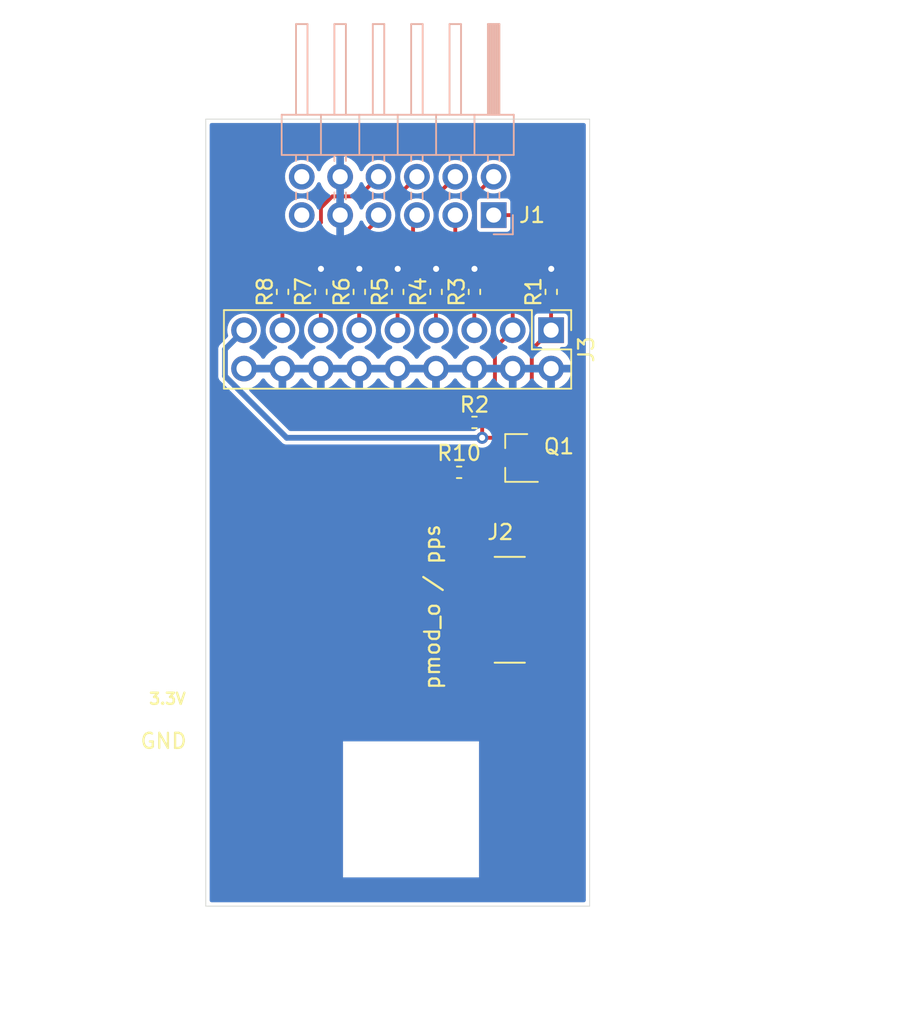
<source format=kicad_pcb>
(kicad_pcb (version 20211014) (generator pcbnew)
  (layers (0 "F.Cu" signal) (31 "B.Cu" signal) (34 "B.Paste" user) (35 "F.Paste" user) (36 "B.SilkS" user "B.Silkscreen") (37 "F.SilkS" user "F.Silkscreen") (38 "B.Mask" user) (39 "F.Mask" user) (44 "Edge.Cuts" user))
  (net 0 "")
  (net 1 "GND")
  (net 2 "+3V3")
  (net 3 "GPIO8")
  (net 4 "GPIO7")
  (net 5 "GPIO6")
  (net 6 "GPIO5")
  (net 7 "GPIO4")
  (net 8 "GPIO3")
  (net 9 "GPIO2")
  (net 10 "GPIO1")
  (net 11 "Net-(J2-Pad1)")
  (net 12 "Net-(Q1-Pad1)")
  (footprint "MountingHole:MountingHole_3.2mm_M3" (layer "F.Cu") (at 173.736 82.55)
    (fp_text reference "REF**")
    (fp_text value "MountingHole_3.2mm_M3")
    (pad "" np_thru_hole circle locked (at 0 0) (size 3.2 3.2) (drill 3.2) (layers *.Cu *.Mask))
  )
  (footprint "Package_TO_SOT_SMD:SOT-23" (layer "F.Cu") (at 180.594 59.248 180)
    (fp_text reference "Q1" (at -2.794 0.762 180) (layer "F.SilkS"))
    (fp_text value "N/A")
    (fp_line (start 0.76 1.58) (end -0.7 1.58) (layer "F.SilkS") (width 0.12))
    (fp_line (start 0.76 -1.58) (end 0.76 -0.65) (layer "F.SilkS") (width 0.12))
    (fp_line (start 0.76 -1.58) (end -1.4 -1.58) (layer "F.SilkS") (width 0.12))
    (fp_line (start 0.76 1.58) (end 0.76 0.65) (layer "F.SilkS") (width 0.12))
    (pad "1" smd rect locked (at -1 -0.95 180) (size 0.9 0.8) (layers "F.Cu" "F.Paste" "F.Mask") (net 12 "Net-(Q1-Pad1)"))
    (pad "2" smd rect locked (at -1 0.95 180) (size 0.9 0.8) (layers "F.Cu" "F.Paste" "F.Mask") (net 10 "GPIO1"))
    (pad "3" smd rect locked (at 1 0 180) (size 0.9 0.8) (layers "F.Cu" "F.Paste" "F.Mask") (net 2 "+3V3"))
  )
  (footprint "Resistor_SMD:R_0402_1005Metric" (layer "F.Cu") (at 176.784 60.198)
    (fp_text reference "R10" (at 0 -1.27) (layer "F.SilkS"))
    (fp_text value "1K")
    (fp_line (start -0.153641 0.38) (end 0.153641 0.38) (layer "F.SilkS") (width 0.12))
    (fp_line (start -0.153641 -0.38) (end 0.153641 -0.38) (layer "F.SilkS") (width 0.12))
    (pad "1" smd roundrect locked (at -0.51 0) (size 0.54 0.64) (layers "F.Cu" "F.Paste" "F.Mask") (net 11 "Net-(J2-Pad1)"))
    (pad "2" smd roundrect locked (at 0.51 0) (size 0.54 0.64) (layers "F.Cu" "F.Paste" "F.Mask") (net 12 "Net-(Q1-Pad1)"))
  )
  (footprint "pmod_daughterBoard:LINX_CONSMA001-SMD-G-T" (layer "F.Cu") (at 180.134 69.291987)
    (fp_text reference "J2" (at -0.625 -5.135) (layer "F.SilkS"))
    (fp_text value "Conn_Coaxial")
    (fp_line (start -1 -3.5) (end 1 -3.5) (layer "F.SilkS") (width 0.127))
    (fp_line (start -1 3.5) (end 1 3.5) (layer "F.SilkS") (width 0.127))
    (pad "1" smd circle locked (at 0 0) (size 2.05 2.05) (layers "F.Cu" "F.Paste" "F.Mask") (net 11 "Net-(J2-Pad1)"))
    (pad "2" smd custom locked (at 3.1 0) (size 1 1) (layers "F.Cu") (net 1 "GND") (options (clearance outline) (anchor rect)) (primitives (gr_poly (pts (xy -1.66 -3.88) (xy 0.78 -3.88) (xy 0.78 3.88) (xy -1.66 3.88) (xy -1.66 1.77) (xy -1.597 1.716) (xy -1.547 1.67) (xy -1.499 1.623) (xy -1.452 1.575) (xy -1.406 1.525) (xy -1.362 1.474) (xy -1.32 1.422) (xy -1.279 1.368) (xy -1.239 1.314) (xy -1.201 1.258) (xy -1.165 1.201) (xy -1.13 1.143) (xy -1.098 1.084) (xy -1.067 1.025) (xy -1.037 0.964) (xy -1.01 0.902) (xy -0.984 0.84) (xy -0.96 0.777) (xy -0.938 0.713) (xy -0.917 0.649) (xy -0.899 0.584) (xy -0.882 0.519) (xy -0.868 0.453) (xy -0.855 0.387) (xy -0.844 0.32) (xy -0.836 0.253) (xy -0.829 0.186) (xy -0.824 0.119) (xy -0.821 0.052) (xy -0.82 0) (xy -0.821 -0.052) (xy -0.824 -0.119) (xy -0.829 -0.186) (xy -0.836 -0.253) (xy -0.844 -0.32) (xy -0.855 -0.387) (xy -0.868 -0.453) (xy -0.882 -0.519) (xy -0.899 -0.584) (xy -0.917 -0.649) (xy -0.938 -0.713) (xy -0.96 -0.777) (xy -0.984 -0.84) (xy -1.01 -0.902) (xy -1.037 -0.964) (xy -1.067 -1.025) (xy -1.098 -1.084) (xy -1.13 -1.143) (xy -1.165 -1.201) (xy -1.201 -1.258) (xy -1.239 -1.314) (xy -1.279 -1.368) (xy -1.32 -1.422) (xy -1.362 -1.474) (xy -1.406 -1.525) (xy -1.452 -1.575) (xy -1.499 -1.623) (xy -1.547 -1.67) (xy -1.597 -1.716) (xy -1.66 -1.77) (xy -1.66 -2.35) (xy -1.66 -3.88)) (width 0.01) (fill yes))))
    (pad "2" smd custom locked (at -3.1 0) (size 1 1) (layers "F.Cu") (net 1 "GND") (options (clearance outline) (anchor rect)) (primitives (gr_poly (pts (xy 1.66 -3.88) (xy -0.78 -3.88) (xy -0.78 3.88) (xy 1.66 3.88) (xy 1.66 1.77) (xy 1.597 1.716) (xy 1.547 1.67) (xy 1.499 1.623) (xy 1.452 1.575) (xy 1.406 1.525) (xy 1.362 1.474) (xy 1.32 1.422) (xy 1.279 1.368) (xy 1.239 1.314) (xy 1.201 1.258) (xy 1.165 1.201) (xy 1.13 1.143) (xy 1.098 1.084) (xy 1.067 1.025) (xy 1.037 0.964) (xy 1.01 0.902) (xy 0.984 0.84) (xy 0.96 0.777) (xy 0.938 0.713) (xy 0.917 0.649) (xy 0.899 0.584) (xy 0.882 0.519) (xy 0.868 0.453) (xy 0.855 0.387) (xy 0.844 0.32) (xy 0.836 0.253) (xy 0.829 0.186) (xy 0.824 0.119) (xy 0.821 0.052) (xy 0.82 0) (xy 0.821 -0.052) (xy 0.824 -0.119) (xy 0.829 -0.186) (xy 0.836 -0.253) (xy 0.844 -0.32) (xy 0.855 -0.387) (xy 0.868 -0.453) (xy 0.882 -0.519) (xy 0.899 -0.584) (xy 0.917 -0.649) (xy 0.938 -0.713) (xy 0.96 -0.777) (xy 0.984 -0.84) (xy 1.01 -0.902) (xy 1.037 -0.964) (xy 1.067 -1.025) (xy 1.098 -1.084) (xy 1.13 -1.143) (xy 1.165 -1.201) (xy 1.201 -1.258) (xy 1.239 -1.314) (xy 1.279 -1.368) (xy 1.32 -1.422) (xy 1.362 -1.474) (xy 1.406 -1.525) (xy 1.452 -1.575) (xy 1.499 -1.623) (xy 1.547 -1.67) (xy 1.597 -1.716) (xy 1.66 -1.77) (xy 1.66 -3.88)) (width 0.01) (fill yes))))
  )
  (footprint "Resistor_SMD:R_0402_1005Metric" (layer "F.Cu") (at 172.72 48.26 90)
    (fp_text reference "R5" (at 0 -1.17 90) (layer "F.SilkS"))
    (fp_text value "2K")
    (fp_line (start -0.153641 0.38) (end 0.153641 0.38) (layer "F.SilkS") (width 0.12))
    (fp_line (start -0.153641 -0.38) (end 0.153641 -0.38) (layer "F.SilkS") (width 0.12))
    (pad "1" smd roundrect locked (at -0.51 0 90) (size 0.54 0.64) (layers "F.Cu" "F.Paste" "F.Mask") (net 6 "GPIO5"))
    (pad "2" smd roundrect locked (at 0.51 0 90) (size 0.54 0.64) (layers "F.Cu" "F.Paste" "F.Mask") (net 1 "GND"))
  )
  (footprint "Resistor_SMD:R_0402_1005Metric" (layer "F.Cu") (at 177.8 56.896)
    (fp_text reference "R2" (at 0 -1.17) (layer "F.SilkS"))
    (fp_text value "2k")
    (fp_line (start -0.153641 0.38) (end 0.153641 0.38) (layer "F.SilkS") (width 0.12))
    (fp_line (start -0.153641 -0.38) (end 0.153641 -0.38) (layer "F.SilkS") (width 0.12))
    (pad "1" smd roundrect (at -0.51 0) (size 0.54 0.64) (layers "F.Cu" "F.Paste" "F.Mask") (net 9 "GPIO2"))
    (pad "2" smd roundrect (at 0.51 0) (size 0.54 0.64) (layers "F.Cu" "F.Paste" "F.Mask") (net 2 "+3V3"))
  )
  (footprint "Resistor_SMD:R_0402_1005Metric" (layer "F.Cu") (at 177.8 48.26 90)
    (fp_text reference "R3" (at 0 -1.17 90) (layer "F.SilkS"))
    (fp_text value "2K")
    (fp_line (start -0.153641 0.38) (end 0.153641 0.38) (layer "F.SilkS") (width 0.12))
    (fp_line (start -0.153641 -0.38) (end 0.153641 -0.38) (layer "F.SilkS") (width 0.12))
    (pad "1" smd roundrect locked (at -0.51 0 90) (size 0.54 0.64) (layers "F.Cu" "F.Paste" "F.Mask") (net 8 "GPIO3"))
    (pad "2" smd roundrect locked (at 0.51 0 90) (size 0.54 0.64) (layers "F.Cu" "F.Paste" "F.Mask") (net 1 "GND"))
  )
  (footprint "Connector_PinHeader_2.54mm:PinHeader_2x09_P2.54mm_Vertical" (layer "F.Cu") (at 182.87 50.795 -90)
    (fp_text reference "J3" (at 1.27 -2.33 90) (layer "F.SilkS"))
    (fp_text value "Conn_02x09_Odd_Even")
    (fp_line (start -1.33 21.65) (end 3.87 21.65) (layer "F.SilkS") (width 0.12))
    (fp_line (start -1.33 1.27) (end 1.27 1.27) (layer "F.SilkS") (width 0.12))
    (fp_line (start 1.27 -1.33) (end 3.87 -1.33) (layer "F.SilkS") (width 0.12))
    (fp_line (start -1.33 1.27) (end -1.33 21.65) (layer "F.SilkS") (width 0.12))
    (fp_line (start -1.33 0) (end -1.33 -1.33) (layer "F.SilkS") (width 0.12))
    (fp_line (start 3.87 -1.33) (end 3.87 21.65) (layer "F.SilkS") (width 0.12))
    (fp_line (start -1.33 -1.33) (end 0 -1.33) (layer "F.SilkS") (width 0.12))
    (fp_line (start 1.27 1.27) (end 1.27 -1.33) (layer "F.SilkS") (width 0.12))
    (pad "1" thru_hole rect locked (at 0 0 270) (size 1.7 1.7) (drill 1) (layers *.Cu *.Mask) (net 10 "GPIO1"))
    (pad "2" thru_hole oval locked (at 2.54 0 270) (size 1.7 1.7) (drill 1) (layers *.Cu *.Mask) (net 1 "GND"))
    (pad "3" thru_hole oval locked (at 0 2.54 270) (size 1.7 1.7) (drill 1) (layers *.Cu *.Mask) (net 9 "GPIO2"))
    (pad "4" thru_hole oval locked (at 2.54 2.54 270) (size 1.7 1.7) (drill 1) (layers *.Cu *.Mask) (net 1 "GND"))
    (pad "5" thru_hole oval locked (at 0 5.08 270) (size 1.7 1.7) (drill 1) (layers *.Cu *.Mask) (net 8 "GPIO3"))
    (pad "6" thru_hole oval locked (at 2.54 5.08 270) (size 1.7 1.7) (drill 1) (layers *.Cu *.Mask) (net 1 "GND"))
    (pad "7" thru_hole oval locked (at 0 7.62 270) (size 1.7 1.7) (drill 1) (layers *.Cu *.Mask) (net 7 "GPIO4"))
    (pad "8" thru_hole oval locked (at 2.54 7.62 270) (size 1.7 1.7) (drill 1) (layers *.Cu *.Mask) (net 1 "GND"))
    (pad "9" thru_hole oval locked (at 0 10.16 270) (size 1.7 1.7) (drill 1) (layers *.Cu *.Mask) (net 6 "GPIO5"))
    (pad "10" thru_hole oval locked (at 2.54 10.16 270) (size 1.7 1.7) (drill 1) (layers *.Cu *.Mask) (net 1 "GND"))
    (pad "11" thru_hole oval locked (at 0 12.7 270) (size 1.7 1.7) (drill 1) (layers *.Cu *.Mask) (net 5 "GPIO6"))
    (pad "12" thru_hole oval locked (at 2.54 12.7 270) (size 1.7 1.7) (drill 1) (layers *.Cu *.Mask) (net 1 "GND"))
    (pad "13" thru_hole oval locked (at 0 15.24 270) (size 1.7 1.7) (drill 1) (layers *.Cu *.Mask) (net 4 "GPIO7"))
    (pad "14" thru_hole oval locked (at 2.54 15.24 270) (size 1.7 1.7) (drill 1) (layers *.Cu *.Mask) (net 1 "GND"))
    (pad "15" thru_hole oval locked (at 0 17.78 270) (size 1.7 1.7) (drill 1) (layers *.Cu *.Mask) (net 3 "GPIO8"))
    (pad "16" thru_hole oval locked (at 2.54 17.78 270) (size 1.7 1.7) (drill 1) (layers *.Cu *.Mask) (net 1 "GND"))
    (pad "17" thru_hole oval locked (at 0 20.32 270) (size 1.7 1.7) (drill 1) (layers *.Cu *.Mask) (net 2 "+3V3"))
    (pad "18" thru_hole oval locked (at 2.54 20.32 270) (size 1.7 1.7) (drill 1) (layers *.Cu *.Mask) (net 1 "GND"))
  )
  (footprint "Resistor_SMD:R_0402_1005Metric" (layer "F.Cu") (at 167.64 48.26 90)
    (fp_text reference "R7" (at 0 -1.17 90) (layer "F.SilkS"))
    (fp_text value "2K")
    (fp_line (start -0.153641 -0.38) (end 0.153641 -0.38) (layer "F.SilkS") (width 0.12))
    (fp_line (start -0.153641 0.38) (end 0.153641 0.38) (layer "F.SilkS") (width 0.12))
    (pad "1" smd roundrect locked (at -0.51 0 90) (size 0.54 0.64) (layers "F.Cu" "F.Paste" "F.Mask") (net 4 "GPIO7"))
    (pad "2" smd roundrect locked (at 0.51 0 90) (size 0.54 0.64) (layers "F.Cu" "F.Paste" "F.Mask") (net 1 "GND"))
  )
  (footprint "Resistor_SMD:R_0402_1005Metric" (layer "F.Cu") (at 165.1 48.26 90)
    (fp_text reference "R8" (at 0 -1.17 90) (layer "F.SilkS"))
    (fp_text value "2K")
    (fp_line (start -0.153641 -0.38) (end 0.153641 -0.38) (layer "F.SilkS") (width 0.12))
    (fp_line (start -0.153641 0.38) (end 0.153641 0.38) (layer "F.SilkS") (width 0.12))
    (pad "1" smd roundrect locked (at -0.51 0 90) (size 0.54 0.64) (layers "F.Cu" "F.Paste" "F.Mask") (net 3 "GPIO8"))
    (pad "2" smd roundrect locked (at 0.51 0 90) (size 0.54 0.64) (layers "F.Cu" "F.Paste" "F.Mask") (net 1 "GND"))
  )
  (footprint "Resistor_SMD:R_0402_1005Metric" (layer "F.Cu") (at 170.18 48.26 90)
    (fp_text reference "R6" (at 0 -1.17 90) (layer "F.SilkS"))
    (fp_text value "2K")
    (fp_line (start -0.153641 -0.38) (end 0.153641 -0.38) (layer "F.SilkS") (width 0.12))
    (fp_line (start -0.153641 0.38) (end 0.153641 0.38) (layer "F.SilkS") (width 0.12))
    (pad "1" smd roundrect locked (at -0.51 0 90) (size 0.54 0.64) (layers "F.Cu" "F.Paste" "F.Mask") (net 5 "GPIO6"))
    (pad "2" smd roundrect locked (at 0.51 0 90) (size 0.54 0.64) (layers "F.Cu" "F.Paste" "F.Mask") (net 1 "GND"))
  )
  (footprint "Resistor_SMD:R_0402_1005Metric" (layer "F.Cu") (at 182.88 48.26 90)
    (fp_text reference "R1" (at 0 -1.17 90) (layer "F.SilkS"))
    (fp_text value "2K")
    (fp_line (start -0.153641 -0.38) (end 0.153641 -0.38) (layer "F.SilkS") (width 0.12))
    (fp_line (start -0.153641 0.38) (end 0.153641 0.38) (layer "F.SilkS") (width 0.12))
    (pad "1" smd roundrect locked (at -0.51 0 90) (size 0.54 0.64) (layers "F.Cu" "F.Paste" "F.Mask") (net 10 "GPIO1"))
    (pad "2" smd roundrect locked (at 0.51 0 90) (size 0.54 0.64) (layers "F.Cu" "F.Paste" "F.Mask") (net 1 "GND"))
  )
  (footprint "Resistor_SMD:R_0402_1005Metric" (layer "F.Cu") (at 175.26 48.26 90)
    (fp_text reference "R4" (at 0 -1.17 90) (layer "F.SilkS"))
    (fp_text value "2K")
    (fp_line (start -0.153641 -0.38) (end 0.153641 -0.38) (layer "F.SilkS") (width 0.12))
    (fp_line (start -0.153641 0.38) (end 0.153641 0.38) (layer "F.SilkS") (width 0.12))
    (pad "1" smd roundrect locked (at -0.51 0 90) (size 0.54 0.64) (layers "F.Cu" "F.Paste" "F.Mask") (net 7 "GPIO4"))
    (pad "2" smd roundrect locked (at 0.51 0 90) (size 0.54 0.64) (layers "F.Cu" "F.Paste" "F.Mask") (net 1 "GND"))
  )
  (footprint "Connector_PinHeader_2.54mm:PinHeader_2x06_P2.54mm_Horizontal" (layer "B.Cu") (at 179.07 43.18 90)
    (fp_text reference "J1" (at 0 2.54) (layer "F.SilkS"))
    (fp_text value "Conn_02x06_Odd_Even")
    (fp_line (start 3.98 -14.03) (end 6.64 -14.03) (layer "B.SilkS") (width 0.12))
    (fp_line (start 3.98 -11.43) (end 6.64 -11.43) (layer "B.SilkS") (width 0.12))
    (fp_line (start 1.042929 -9.78) (end 1.497071 -9.78) (layer "B.SilkS") (width 0.12))
    (fp_line (start 3.98 -1.27) (end 6.64 -1.27) (layer "B.SilkS") (width 0.12))
    (fp_line (start 6.64 -4.7) (end 12.64 -4.7) (layer "B.SilkS") (width 0.12))
    (fp_line (start 12.64 -0.38) (end 6.64 -0.38) (layer "B.SilkS") (width 0.12))
    (fp_line (start 12.64 -7.24) (end 12.64 -8) (layer "B.SilkS") (width 0.12))
    (fp_line (start 1.042929 -7.24) (end 1.497071 -7.24) (layer "B.SilkS") (width 0.12))
    (fp_line (start 6.64 -12.32) (end 12.64 -12.32) (layer "B.SilkS") (width 0.12))
    (fp_line (start 12.64 -9.78) (end 12.64 -10.54) (layer "B.SilkS") (width 0.12))
    (fp_line (start -1.27 1.27) (end 0 1.27) (layer "B.SilkS") (width 0.12))
    (fp_line (start 6.64 1.33) (end 3.98 1.33) (layer "B.SilkS") (width 0.12))
    (fp_line (start 3.582929 -2.92) (end 3.98 -2.92) (layer "B.SilkS") (width 0.12))
    (fp_line (start 3.582929 -10.54) (end 3.98 -10.54) (layer "B.SilkS") (width 0.12))
    (fp_line (start 6.64 0.08) (end 12.64 0.08) (layer "B.SilkS") (width 0.12))
    (fp_line (start 6.64 -9.78) (end 12.64 -9.78) (layer "B.SilkS") (width 0.12))
    (fp_line (start 6.64 0.2) (end 12.64 0.2) (layer "B.SilkS") (width 0.12))
    (fp_line (start 3.582929 -2.16) (end 3.98 -2.16) (layer "B.SilkS") (width 0.12))
    (fp_line (start 12.64 -10.54) (end 6.64 -10.54) (layer "B.SilkS") (width 0.12))
    (fp_line (start 6.64 0.32) (end 12.64 0.32) (layer "B.SilkS") (width 0.12))
    (fp_line (start 3.582929 0.38) (end 3.98 0.38) (layer "B.SilkS") (width 0.12))
    (fp_line (start 12.64 -2.16) (end 12.64 -2.92) (layer "B.SilkS") (width 0.12))
    (fp_line (start 3.98 -8.89) (end 6.64 -8.89) (layer "B.SilkS") (width 0.12))
    (fp_line (start 6.64 -7.24) (end 12.64 -7.24) (layer "B.SilkS") (width 0.12))
    (fp_line (start 12.64 -8) (end 6.64 -8) (layer "B.SilkS") (width 0.12))
    (fp_line (start 3.582929 -0.38) (end 3.98 -0.38) (layer "B.SilkS") (width 0.12))
    (fp_line (start 1.11 -0.38) (end 1.497071 -0.38) (layer "B.SilkS") (width 0.12))
    (fp_line (start 6.64 -0.16) (end 12.64 -0.16) (layer "B.SilkS") (width 0.12))
    (fp_line (start 12.64 -4.7) (end 12.64 -5.46) (layer "B.SilkS") (width 0.12))
    (fp_line (start 3.582929 -4.7) (end 3.98 -4.7) (layer "B.SilkS") (width 0.12))
    (fp_line (start 6.64 -14.03) (end 6.64 1.33) (layer "B.SilkS") (width 0.12))
    (fp_line (start 1.042929 -8) (end 1.497071 -8) (layer "B.SilkS") (width 0.12))
    (fp_line (start 3.582929 -8) (end 3.98 -8) (layer "B.SilkS") (width 0.12))
    (fp_line (start 6.64 -0.28) (end 12.64 -0.28) (layer "B.SilkS") (width 0.12))
    (fp_line (start 1.042929 -2.92) (end 1.497071 -2.92) (layer "B.SilkS") (width 0.12))
    (fp_line (start 3.98 1.33) (end 3.98 -14.03) (layer "B.SilkS") (width 0.12))
    (fp_line (start 1.042929 -5.46) (end 1.497071 -5.46) (layer "B.SilkS") (width 0.12))
    (fp_line (start 1.11 0.38) (end 1.497071 0.38) (layer "B.SilkS") (width 0.12))
    (fp_line (start 3.98 -6.35) (end 6.64 -6.35) (layer "B.SilkS") (width 0.12))
    (fp_line (start 1.042929 -10.54) (end 1.497071 -10.54) (layer "B.SilkS") (width 0.12))
    (fp_line (start -1.27 0) (end -1.27 1.27) (layer "B.SilkS") (width 0.12))
    (fp_line (start 1.042929 -13.08) (end 1.497071 -13.08) (layer "B.SilkS") (width 0.12))
    (fp_line (start 1.042929 -2.16) (end 1.497071 -2.16) (layer "B.SilkS") (width 0.12))
    (fp_line (start 12.64 -2.92) (end 6.64 -2.92) (layer "B.SilkS") (width 0.12))
    (fp_line (start 6.64 -2.16) (end 12.64 -2.16) (layer "B.SilkS") (width 0.12))
    (fp_line (start 3.582929 -13.08) (end 3.98 -13.08) (layer "B.SilkS") (width 0.12))
    (fp_line (start 12.64 -13.08) (end 6.64 -13.08) (layer "B.SilkS") (width 0.12))
    (fp_line (start 6.64 0.38) (end 12.64 0.38) (layer "B.SilkS") (width 0.12))
    (fp_line (start 12.64 -12.32) (end 12.64 -13.08) (layer "B.SilkS") (width 0.12))
    (fp_line (start 3.582929 -12.32) (end 3.98 -12.32) (layer "B.SilkS") (width 0.12))
    (fp_line (start 3.582929 -7.24) (end 3.98 -7.24) (layer "B.SilkS") (width 0.12))
    (fp_line (start 1.042929 -4.7) (end 1.497071 -4.7) (layer "B.SilkS") (width 0.12))
    (fp_line (start 3.582929 -5.46) (end 3.98 -5.46) (layer "B.SilkS") (width 0.12))
    (fp_line (start 3.98 -3.81) (end 6.64 -3.81) (layer "B.SilkS") (width 0.12))
    (fp_line (start 12.64 -5.46) (end 6.64 -5.46) (layer "B.SilkS") (width 0.12))
    (fp_line (start 1.042929 -12.32) (end 1.497071 -12.32) (layer "B.SilkS") (width 0.12))
    (fp_line (start 12.64 0.38) (end 12.64 -0.38) (layer "B.SilkS") (width 0.12))
    (fp_line (start 6.64 -0.04) (end 12.64 -0.04) (layer "B.SilkS") (width 0.12))
    (fp_line (start 3.582929 -9.78) (end 3.98 -9.78) (layer "B.SilkS") (width 0.12))
    (pad "1" thru_hole rect locked (at 0 0 90) (size 1.7 1.7) (drill 1) (layers *.Cu *.Mask) (net 10 "GPIO1"))
    (pad "2" thru_hole oval locked (at 2.54 0 90) (size 1.7 1.7) (drill 1) (layers *.Cu *.Mask) (net 9 "GPIO2"))
    (pad "3" thru_hole oval locked (at 0 -2.54 90) (size 1.7 1.7) (drill 1) (layers *.Cu *.Mask) (net 8 "GPIO3"))
    (pad "4" thru_hole oval locked (at 2.54 -2.54 90) (size 1.7 1.7) (drill 1) (layers *.Cu *.Mask) (net 7 "GPIO4"))
    (pad "5" thru_hole oval locked (at 0 -5.08 90) (size 1.7 1.7) (drill 1) (layers *.Cu *.Mask) (net 6 "GPIO5"))
    (pad "6" thru_hole oval locked (at 2.54 -5.08 90) (size 1.7 1.7) (drill 1) (layers *.Cu *.Mask) (net 5 "GPIO6"))
    (pad "7" thru_hole oval locked (at 0 -7.62 90) (size 1.7 1.7) (drill 1) (layers *.Cu *.Mask) (net 4 "GPIO7"))
    (pad "8" thru_hole oval locked (at 2.54 -7.62 90) (size 1.7 1.7) (drill 1) (layers *.Cu *.Mask) (net 3 "GPIO8"))
    (pad "9" thru_hole oval locked (at 0 -10.16 90) (size 1.7 1.7) (drill 1) (layers *.Cu *.Mask) (net 1 "GND"))
    (pad "10" thru_hole oval locked (at 2.54 -10.16 90) (size 1.7 1.7) (drill 1) (layers *.Cu *.Mask) (net 1 "GND"))
    (pad "11" thru_hole oval locked (at 0 -12.7 90) (size 1.7 1.7) (drill 1) (layers *.Cu *.Mask) (net 2 "+3V3"))
    (pad "12" thru_hole oval locked (at 2.54 -12.7 90) (size 1.7 1.7) (drill 1) (layers *.Cu *.Mask) (net 2 "+3V3"))
  )
  (gr_line (start 185.42 88.9) (end 185.42 36.83) (layer "Edge.Cuts") (width 0.05))
  (gr_line (start 160.02 36.83) (end 160.02 88.9) (layer "Edge.Cuts") (width 0.05))
  (gr_line (start 160.02 88.9) (end 185.42 88.9) (layer "Edge.Cuts") (width 0.05))
  (gr_line (start 185.42 36.83) (end 160.02 36.83) (layer "Edge.Cuts") (width 0.05))
  (gr_text "3.3V" (at 157.48 75.184) (layer "F.SilkS") (effects (font (size 0.7366 0.7366) (thickness 0.15875))))
  (gr_text "GND" (at 157.226 77.978) (layer "F.SilkS") (effects (font (size 1 1))))
  (gr_text "pmod_o / pps" (at 175.006 69.1 90) (layer "F.SilkS") (effects (font (size 1 1))))
  (segment (start 172.72 46.736) (end 172.72 47.75) (width 0.254) (layer "F.Cu") (net 1))
  (segment (start 177.8 46.736) (end 177.8 47.75) (width 0.254) (layer "F.Cu") (net 1))
  (segment (start 167.64 46.736) (end 167.64 47.75) (width 0.254) (layer "F.Cu") (net 1))
  (segment (start 175.26 46.736) (end 175.26 47.75) (width 0.254) (layer "F.Cu") (net 1))
  (segment (start 182.88 46.736) (end 182.88 47.75) (width 0.381) (layer "F.Cu") (net 1))
  (segment (start 170.18 46.736) (end 170.18 47.75) (width 0.254) (layer "F.Cu") (net 1))
  (via (at 167.64 46.736) (size 0.8) (drill 0.4) (layers "F.Cu" "B.Cu") (net 1))
  (via (at 172.72 46.736) (size 0.8) (drill 0.4) (layers "F.Cu" "B.Cu") (net 1))
  (via (at 177.8 46.736) (size 0.8) (drill 0.4) (layers "F.Cu" "B.Cu") (net 1))
  (via (at 182.88 46.736) (size 0.8) (drill 0.4) (layers "F.Cu" "B.Cu") (net 1))
  (via (at 175.26 46.736) (size 0.8) (drill 0.4) (layers "F.Cu" "B.Cu") (net 1))
  (via (at 170.18 46.736) (size 0.8) (drill 0.4) (layers "F.Cu" "B.Cu") (net 1))
  (segment (start 178.308 57.912) (end 179.07 57.912) (width 0.254) (layer "F.Cu") (net 2))
  (segment (start 179.594 58.436) (end 179.594 59.248) (width 0.254) (layer "F.Cu") (net 2))
  (segment (start 178.31 56.896) (end 178.31 57.91) (width 0.254) (layer "F.Cu") (net 2))
  (segment (start 179.07 57.912) (end 179.594 58.436) (width 0.254) (layer "F.Cu") (net 2))
  (segment (start 178.31 57.91) (end 178.308 57.912) (width 0.254) (layer "F.Cu") (net 2))
  (via (at 178.308 57.912) (size 0.8) (drill 0.4) (layers "F.Cu" "B.Cu") (net 2))
  (segment (start 161.29 53.828641) (end 161.29 52.055) (width 0.381) (layer "B.Cu") (net 2))
  (segment (start 165.373359 57.912) (end 161.29 53.828641) (width 0.381) (layer "B.Cu") (net 2))
  (segment (start 161.29 52.055) (end 162.55 50.795) (width 0.381) (layer "B.Cu") (net 2))
  (segment (start 178.308 57.912) (end 165.373359 57.912) (width 0.381) (layer "B.Cu") (net 2))
  (segment (start 170.150011 41.939989) (end 168.39637 41.939989) (width 0.254) (layer "F.Cu") (net 3))
  (segment (start 165.09 48.78) (end 165.1 48.77) (width 0.381) (layer "F.Cu") (net 3))
  (segment (start 168.39637 41.939989) (end 167.64 42.696359) (width 0.254) (layer "F.Cu") (net 3))
  (segment (start 166.37 47.54249) (end 165.14249 48.77) (width 0.254) (layer "F.Cu") (net 3))
  (segment (start 167.64 43.663641) (end 166.37 44.933641) (width 0.254) (layer "F.Cu") (net 3))
  (segment (start 165.14249 48.77) (end 165.1 48.77) (width 0.381) (layer "F.Cu") (net 3))
  (segment (start 166.37 44.933641) (end 166.37 47.54249) (width 0.254) (layer "F.Cu") (net 3))
  (segment (start 165.09 50.795) (end 165.09 48.78) (width 0.254) (layer "F.Cu") (net 3))
  (segment (start 171.45 40.64) (end 170.150011 41.939989) (width 0.254) (layer "F.Cu") (net 3))
  (segment (start 167.64 42.696359) (end 167.64 43.663641) (width 0.254) (layer "F.Cu") (net 3))
  (segment (start 169.164 47.28849) (end 167.68249 48.77) (width 0.254) (layer "F.Cu") (net 4))
  (segment (start 171.45 43.18) (end 171.45 43.434) (width 0.381) (layer "F.Cu") (net 4))
  (segment (start 171.45 43.434) (end 169.164 45.72) (width 0.254) (layer "F.Cu") (net 4))
  (segment (start 167.63 50.795) (end 167.63 48.78) (width 0.254) (layer "F.Cu") (net 4))
  (segment (start 169.164 45.72) (end 169.164 47.28849) (width 0.254) (layer "F.Cu") (net 4))
  (segment (start 167.63 48.78) (end 167.64 48.77) (width 0.381) (layer "F.Cu") (net 4))
  (segment (start 167.68249 48.77) (end 167.64 48.77) (width 0.381) (layer "F.Cu") (net 4))
  (segment (start 170.18 48.77) (end 170.63751 48.77) (width 0.381) (layer "F.Cu") (net 5))
  (segment (start 171.958 47.44951) (end 171.958 45.315469) (width 0.254) (layer "F.Cu") (net 5))
  (segment (start 170.17 48.78) (end 170.18 48.77) (width 0.381) (layer "F.Cu") (net 5))
  (segment (start 170.17 50.795) (end 170.17 48.78) (width 0.254) (layer "F.Cu") (net 5))
  (segment (start 170.63751 48.77) (end 171.958 47.44951) (width 0.254) (layer "F.Cu") (net 5))
  (segment (start 172.690011 44.583458) (end 172.690011 41.939989) (width 0.254) (layer "F.Cu") (net 5))
  (segment (start 171.958 45.315469) (end 172.690011 44.583458) (width 0.254) (layer "F.Cu") (net 5))
  (segment (start 172.690011 41.939989) (end 173.99 40.64) (width 0.254) (layer "F.Cu") (net 5))
  (segment (start 173.226 48.77) (end 172.72 48.77) (width 0.254) (layer "F.Cu") (net 6))
  (segment (start 173.736 43.434) (end 173.736 48.26) (width 0.254) (layer "F.Cu") (net 6))
  (segment (start 173.736 48.26) (end 173.226 48.77) (width 0.254) (layer "F.Cu") (net 6))
  (segment (start 172.71 48.78) (end 172.72 48.77) (width 0.381) (layer "F.Cu") (net 6))
  (segment (start 172.71 50.795) (end 172.71 48.78) (width 0.254) (layer "F.Cu") (net 6))
  (segment (start 173.99 43.18) (end 173.736 43.434) (width 0.381) (layer "F.Cu") (net 6))
  (segment (start 175.230011 43.69363) (end 175.230011 41.939989) (width 0.254) (layer "F.Cu") (net 7))
  (segment (start 175.26 48.77) (end 175.21751 48.77) (width 0.381) (layer "F.Cu") (net 7))
  (segment (start 175.25 50.795) (end 175.25 48.78) (width 0.254) (layer "F.Cu") (net 7))
  (segment (start 175.230011 41.939989) (end 176.53 40.64) (width 0.254) (layer "F.Cu") (net 7))
  (segment (start 174.54998 48.10247) (end 174.54998 44.373661) (width 0.254) (layer "F.Cu") (net 7))
  (segment (start 175.21751 48.77) (end 174.54998 48.10247) (width 0.254) (layer "F.Cu") (net 7))
  (segment (start 174.54998 44.373661) (end 175.230011 43.69363) (width 0.254) (layer "F.Cu") (net 7))
  (segment (start 175.25 48.78) (end 175.26 48.77) (width 0.381) (layer "F.Cu") (net 7))
  (segment (start 177.75751 48.97951) (end 177.79 49.012) (width 0.381) (layer "F.Cu") (net 8))
  (segment (start 177.75751 48.77) (end 177.75751 48.97951) (width 0.381) (layer "F.Cu") (net 8))
  (segment (start 176.53 43.18) (end 176.53 47.54249) (width 0.254) (layer "F.Cu") (net 8))
  (segment (start 176.53 47.54249) (end 177.75751 48.77) (width 0.254) (layer "F.Cu") (net 8))
  (segment (start 177.79 49.012) (end 177.79 50.795) (width 0.254) (layer "F.Cu") (net 8))
  (segment (start 180.33 50.795) (end 180.33 48.80249) (width 0.254) (layer "F.Cu") (net 9))
  (segment (start 178.816 45.72) (end 178.816 47.28849) (width 0.254) (layer "F.Cu") (net 9))
  (segment (start 177.829989 41.880011) (end 177.829989 44.958) (width 0.254) (layer "F.Cu") (net 9))
  (segment (start 177.29 56.134) (end 179.153 54.271) (width 0.254) (layer "F.Cu") (net 9))
  (segment (start 177.29 56.134) (end 177.29 56.896) (width 0.254) (layer "F.Cu") (net 9))
  (segment (start 179.153 51.972) (end 180.33 50.795) (width 0.254) (layer "F.Cu") (net 9))
  (segment (start 177.829989 44.958) (end 178.816 45.72) (width 0.254) (layer "F.Cu") (net 9))
  (segment (start 179.153 54.271) (end 179.153 51.972) (width 0.254) (layer "F.Cu") (net 9))
  (segment (start 180.33 48.80249) (end 178.816 47.28849) (width 0.254) (layer "F.Cu") (net 9))
  (segment (start 179.07 40.64) (end 177.829989 41.880011) (width 0.254) (layer "F.Cu") (net 9))
  (segment (start 182.87 48.78) (end 182.88 48.77) (width 0.381) (layer "F.Cu") (net 10))
  (segment (start 182.87 50.795) (end 182.87 48.78) (width 0.254) (layer "F.Cu") (net 10))
  (segment (start 181.61 48.26) (end 182.12 48.77) (width 0.254) (layer "F.Cu") (net 10))
  (segment (start 181.593998 58.298004) (end 181.593998 52.070991) (width 0.254) (layer "F.Cu") (net 10))
  (segment (start 180.848 43.18) (end 181.61 43.942) (width 0.254) (layer "F.Cu") (net 10))
  (segment (start 182.12 48.77) (end 182.88 48.77) (width 0.254) (layer "F.Cu") (net 10))
  (segment (start 181.61 43.942) (end 181.61 48.26) (width 0.254) (layer "F.Cu") (net 10))
  (segment (start 181.593998 52.070991) (end 182.869992 50.794996) (width 0.254) (layer "F.Cu") (net 10))
  (segment (start 179.07 43.18) (end 180.848 43.18) (width 0.254) (layer "F.Cu") (net 10))
  (segment (start 177.038 62.738) (end 176.274 61.974) (width 0.254) (layer "F.Cu") (net 11))
  (segment (start 180.134 69.291987) (end 180.134 63.548) (width 0.254) (layer "F.Cu") (net 11))
  (segment (start 180.134 63.548) (end 179.324 62.738) (width 0.254) (layer "F.Cu") (net 11))
  (segment (start 176.274 61.974) (end 176.274 60.198) (width 0.254) (layer "F.Cu") (net 11))
  (segment (start 179.324 62.738) (end 177.038 62.738) (width 0.254) (layer "F.Cu") (net 11))
  (segment (start 180.136 69.29) (end 180.134 69.292) (width 0.25) (layer "F.Cu") (net 11))
  (segment (start 177.294007 60.198) (end 181.593998 60.198) (width 0.254) (layer "F.Cu") (net 12))
  (zone (net 1) (net_name "GND") (layer "B.Cu") (connect_pads (clearance 0.254)) (min_thickness 0.254) (fill yes (thermal_gap 0.508) (thermal_bridge_width 0.508))
    (polygon (pts (xy 207.3 96.7) (xy 146.4 96.6) (xy 146.6 30) (xy 206.9 29.8)))
  )
  (zone (net 0) (net_name "") (layer "B.Cu") (connect_pads (clearance 0)) (min_thickness 0.254)
    (keepout (tracks allowed) (vias allowed) (pads allowed) (copperpour not_allowed) (footprints allowed))
    (fill (thermal_gap 0.508) (thermal_bridge_width 0.508))
    (polygon (pts (xy 178.1 87) (xy 169.1 87) (xy 169.1 78) (xy 178.1 78)))
  )
)
</source>
